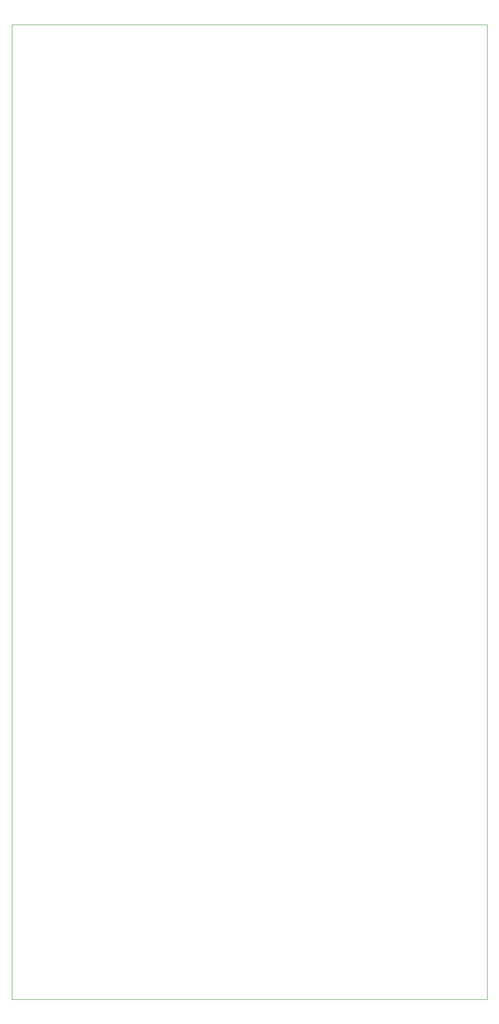
<source format=gm1>
G04 #@! TF.GenerationSoftware,KiCad,Pcbnew,9.0.3-9.0.3-0~ubuntu24.04.1*
G04 #@! TF.CreationDate,2025-09-17T21:15:32+02:00*
G04 #@! TF.ProjectId,PCB_ SEPARATED,5043425f-2053-4455-9041-52415445442e,rev?*
G04 #@! TF.SameCoordinates,Original*
G04 #@! TF.FileFunction,Profile,NP*
%FSLAX46Y46*%
G04 Gerber Fmt 4.6, Leading zero omitted, Abs format (unit mm)*
G04 Created by KiCad (PCBNEW 9.0.3-9.0.3-0~ubuntu24.04.1) date 2025-09-17 21:15:32*
%MOMM*%
%LPD*%
G01*
G04 APERTURE LIST*
G04 #@! TA.AperFunction,Profile*
%ADD10C,0.050000*%
G04 #@! TD*
G04 APERTURE END LIST*
D10*
X39460000Y-14500000D02*
X130960000Y-14500000D01*
X130960000Y-202000000D01*
X39460000Y-202000000D01*
X39460000Y-14500000D01*
M02*

</source>
